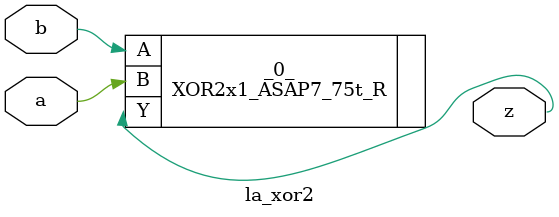
<source format=v>

/* Generated by Yosys 0.44 (git sha1 80ba43d26, g++ 11.4.0-1ubuntu1~22.04 -fPIC -O3) */

(* top =  1  *)
(* src = "generated" *)
(* keep_hierarchy *)
module la_xor2 (
    a,
    b,
    z
);
  (* src = "generated" *)
  input a;
  wire a;
  (* src = "generated" *)
  input b;
  wire b;
  (* src = "generated" *)
  output z;
  wire z;
  XOR2x1_ASAP7_75t_R _0_ (
      .A(b),
      .B(a),
      .Y(z)
  );
endmodule

</source>
